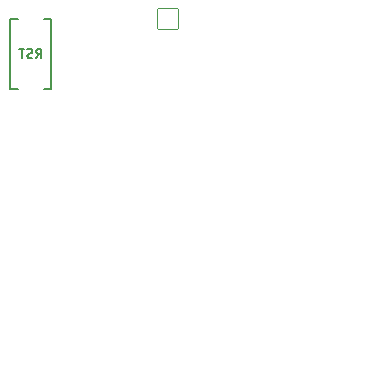
<source format=gbo>
%TF.GenerationSoftware,KiCad,Pcbnew,(6.0.2)*%
%TF.CreationDate,2022-04-07T21:26:30-05:00*%
%TF.ProjectId,toast-v1,746f6173-742d-4763-912e-6b696361645f,v1.0.0*%
%TF.SameCoordinates,Original*%
%TF.FileFunction,Legend,Bot*%
%TF.FilePolarity,Positive*%
%FSLAX46Y46*%
G04 Gerber Fmt 4.6, Leading zero omitted, Abs format (unit mm)*
G04 Created by KiCad (PCBNEW (6.0.2)) date 2022-04-07 21:26:30*
%MOMM*%
%LPD*%
G01*
G04 APERTURE LIST*
G04 Aperture macros list*
%AMRoundRect*
0 Rectangle with rounded corners*
0 $1 Rounding radius*
0 $2 $3 $4 $5 $6 $7 $8 $9 X,Y pos of 4 corners*
0 Add a 4 corners polygon primitive as box body*
4,1,4,$2,$3,$4,$5,$6,$7,$8,$9,$2,$3,0*
0 Add four circle primitives for the rounded corners*
1,1,$1+$1,$2,$3*
1,1,$1+$1,$4,$5*
1,1,$1+$1,$6,$7*
1,1,$1+$1,$8,$9*
0 Add four rect primitives between the rounded corners*
20,1,$1+$1,$2,$3,$4,$5,0*
20,1,$1+$1,$4,$5,$6,$7,0*
20,1,$1+$1,$6,$7,$8,$9,0*
20,1,$1+$1,$8,$9,$2,$3,0*%
G04 Aperture macros list end*
%ADD10C,0.150000*%
%ADD11R,1.752600X1.752600*%
%ADD12C,1.752600*%
%ADD13C,1.801800*%
%ADD14C,3.529000*%
%ADD15C,2.132000*%
%ADD16C,0.800000*%
%ADD17C,4.500000*%
%ADD18C,2.100000*%
%ADD19C,1.600000*%
%ADD20O,1.700000X2.300000*%
%ADD21RoundRect,0.050000X-0.876300X0.876300X-0.876300X-0.876300X0.876300X-0.876300X0.876300X0.876300X0*%
%ADD22C,1.852600*%
G04 APERTURE END LIST*
D10*
X238388354Y-110198637D02*
X238655020Y-109817685D01*
X238845497Y-110198637D02*
X238845497Y-109398637D01*
X238540735Y-109398637D01*
X238464544Y-109436733D01*
X238426449Y-109474828D01*
X238388354Y-109551018D01*
X238388354Y-109665304D01*
X238426449Y-109741494D01*
X238464544Y-109779590D01*
X238540735Y-109817685D01*
X238845497Y-109817685D01*
X238083592Y-110160542D02*
X237969306Y-110198637D01*
X237778830Y-110198637D01*
X237702639Y-110160542D01*
X237664544Y-110122447D01*
X237626449Y-110046256D01*
X237626449Y-109970066D01*
X237664544Y-109893875D01*
X237702639Y-109855780D01*
X237778830Y-109817685D01*
X237931211Y-109779590D01*
X238007401Y-109741494D01*
X238045497Y-109703399D01*
X238083592Y-109627209D01*
X238083592Y-109551018D01*
X238045497Y-109474828D01*
X238007401Y-109436733D01*
X237931211Y-109398637D01*
X237740735Y-109398637D01*
X237626449Y-109436733D01*
X237397878Y-109398637D02*
X236940735Y-109398637D01*
X237169306Y-110198637D02*
X237169306Y-109398637D01*
X236150259Y-112836733D02*
X236150259Y-106836733D01*
X239650259Y-112836733D02*
X239050259Y-112836733D01*
X236150259Y-112836733D02*
X236150259Y-106936733D01*
X236150259Y-106836733D02*
X236850259Y-106836733D01*
X236150259Y-112836733D02*
X236850259Y-112836733D01*
X239650259Y-106836733D02*
X239650259Y-112836733D01*
X239650259Y-106836733D02*
X239050259Y-106836733D01*
D11*
X249580259Y-106866733D03*
D12*
X249580259Y-109406733D03*
X249580259Y-111946733D03*
X249580259Y-114486733D03*
X249580259Y-117026733D03*
X249580259Y-119566733D03*
X249580259Y-122106733D03*
X249580259Y-124646733D03*
X249580259Y-127186733D03*
X249580259Y-129726733D03*
X249580259Y-132266733D03*
X249580259Y-134806733D03*
X264820259Y-106866733D03*
X264820259Y-109406733D03*
X264820259Y-111946733D03*
X264820259Y-114486733D03*
X264820259Y-117026733D03*
X264820259Y-119566733D03*
X264820259Y-122106733D03*
X264820259Y-124646733D03*
X264820259Y-127186733D03*
X264820259Y-129726733D03*
X264820259Y-132266733D03*
X264820259Y-134806733D03*
%LPC*%
D13*
X237577300Y-194441199D03*
D14*
X232290361Y-192925194D03*
D13*
X227003422Y-191409189D03*
D15*
X228531474Y-187894213D03*
X238144091Y-190650586D03*
X233916621Y-187253750D03*
D14*
X155183551Y-162733111D03*
D13*
X149684389Y-162637123D03*
X160682713Y-162829099D03*
D15*
X160249109Y-159020952D03*
X150250632Y-158846428D03*
X155286520Y-156834010D03*
D13*
X200218337Y-149320734D03*
D14*
X194819387Y-148271285D03*
D13*
X189420437Y-147221836D03*
D15*
X190636325Y-143587057D03*
X200452597Y-145495147D03*
X195945160Y-142479685D03*
D13*
X161276095Y-128834278D03*
D14*
X155776933Y-128738290D03*
D13*
X150277771Y-128642302D03*
D15*
X150844014Y-124851607D03*
X160842491Y-125026131D03*
X155879902Y-122839189D03*
D16*
X152700259Y-199736733D03*
X153866985Y-199253459D03*
X153866985Y-196920007D03*
X151533533Y-196920007D03*
X151050259Y-198086733D03*
X151533533Y-199253459D03*
D17*
X152700259Y-198086733D03*
D16*
X152700259Y-196436733D03*
X154350259Y-198086733D03*
D13*
X236097541Y-153408580D03*
X225299641Y-151309682D03*
D14*
X230698591Y-152359131D03*
D15*
X226515529Y-147674903D03*
X236331801Y-149582993D03*
X231824364Y-146567531D03*
D14*
X178412864Y-117992442D03*
D13*
X183882734Y-118567349D03*
X172942994Y-117417535D03*
D15*
X173837463Y-113690616D03*
X183782682Y-114735901D03*
X179029582Y-112124763D03*
D16*
X219516384Y-109436802D03*
X220124217Y-112424399D03*
X221806964Y-109882046D03*
X221361720Y-112172626D03*
X219071140Y-111727382D03*
X222058737Y-111119549D03*
X220753887Y-109185029D03*
D17*
X220439052Y-110804714D03*
D16*
X218819367Y-110489879D03*
D13*
X195907943Y-113846511D03*
D14*
X201306893Y-114895960D03*
D13*
X206705843Y-115945409D03*
D15*
X197123831Y-110211732D03*
X206940103Y-112119822D03*
X202432666Y-109104360D03*
D13*
X149981080Y-145639713D03*
X160979404Y-145831689D03*
D14*
X155480242Y-145735701D03*
D15*
X160545800Y-142023542D03*
X150547323Y-141849018D03*
X155583211Y-139836600D03*
D16*
X153866985Y-112003459D03*
D17*
X152700259Y-110836733D03*
D16*
X152700259Y-112486733D03*
X153866985Y-109670007D03*
X151050259Y-110836733D03*
X151533533Y-109670007D03*
X151533533Y-112003459D03*
X154350259Y-110836733D03*
X152700259Y-109186733D03*
D13*
X204774115Y-189211318D03*
X215772439Y-189403294D03*
D14*
X210273277Y-189307306D03*
D15*
X205340358Y-185420623D03*
X215338835Y-185595147D03*
X210376246Y-183408205D03*
D16*
X261366985Y-196920007D03*
X258550259Y-198086733D03*
X260200259Y-196436733D03*
X261366985Y-199253459D03*
X259033533Y-199253459D03*
X259033533Y-196920007D03*
X260200259Y-199736733D03*
D17*
X260200259Y-198086733D03*
D16*
X261850259Y-198086733D03*
D14*
X216813681Y-129455630D03*
D13*
X211414731Y-128406181D03*
X222212631Y-130505079D03*
D15*
X222446891Y-126679492D03*
X212630619Y-124771402D03*
X217939454Y-123664030D03*
D13*
X228543394Y-134622020D03*
X239341294Y-136720918D03*
D14*
X233942344Y-135671469D03*
D15*
X229759282Y-130987241D03*
X239575554Y-132895331D03*
X235068117Y-129879869D03*
D18*
X237950259Y-113086733D03*
X237950259Y-106586733D03*
D13*
X203462090Y-132633071D03*
X192664190Y-130534173D03*
D14*
X198063140Y-131583622D03*
D15*
X193880078Y-126899394D03*
X203696350Y-128807484D03*
X199188913Y-125792022D03*
D16*
X192498302Y-166326859D03*
X191890469Y-163339262D03*
X189955949Y-164644112D03*
X190652966Y-163591035D03*
X191260799Y-166578632D03*
D17*
X191575634Y-164958947D03*
D16*
X192943546Y-164036279D03*
X190207722Y-165881615D03*
X193195319Y-165273782D03*
D13*
X180328766Y-152381093D03*
D14*
X174858896Y-151806186D03*
D13*
X169389026Y-151231279D03*
D15*
X170283495Y-147504360D03*
X180228714Y-148549645D03*
X175475614Y-145938507D03*
D19*
X243900259Y-113436733D03*
X243900259Y-106436733D03*
D20*
X246200259Y-116136733D03*
X241600259Y-116136733D03*
X241600259Y-115036733D03*
X246200259Y-115036733D03*
X246200259Y-111036733D03*
X241600259Y-111036733D03*
X241600259Y-108036733D03*
X246200259Y-108036733D03*
D13*
X222055889Y-167997345D03*
D14*
X227454839Y-169046794D03*
D13*
X232853789Y-170096243D03*
D15*
X233088049Y-166270656D03*
X223271777Y-164362566D03*
X228580612Y-163255194D03*
D13*
X215725125Y-163880403D03*
D14*
X210326175Y-162830954D03*
D13*
X204927225Y-161781505D03*
D15*
X215959385Y-160054816D03*
X206143113Y-158146726D03*
X211451948Y-157039354D03*
D17*
X260200259Y-145836733D03*
D16*
X261850259Y-145836733D03*
X261366985Y-147003459D03*
X259033533Y-144670007D03*
X259033533Y-147003459D03*
X260200259Y-147486733D03*
X258550259Y-145836733D03*
X261366985Y-144670007D03*
X260200259Y-144186733D03*
D21*
X249580259Y-106866733D03*
D22*
X249580259Y-109406733D03*
X249580259Y-111946733D03*
X249580259Y-114486733D03*
X249580259Y-117026733D03*
X249580259Y-119566733D03*
X249580259Y-122106733D03*
X249580259Y-124646733D03*
X249580259Y-127186733D03*
X249580259Y-129726733D03*
X249580259Y-132266733D03*
X249580259Y-134806733D03*
X264820259Y-106866733D03*
X264820259Y-109406733D03*
X264820259Y-111946733D03*
X264820259Y-114486733D03*
X264820259Y-117026733D03*
X264820259Y-119566733D03*
X264820259Y-122106733D03*
X264820259Y-124646733D03*
X264820259Y-127186733D03*
X264820259Y-129726733D03*
X264820259Y-132266733D03*
X264820259Y-134806733D03*
D13*
X182105750Y-135474221D03*
X171166010Y-134324407D03*
D14*
X176635880Y-134899314D03*
D15*
X182005698Y-131642773D03*
X172060479Y-130597488D03*
X177252598Y-129031635D03*
D14*
X213569928Y-146143292D03*
D13*
X218968878Y-147192741D03*
X208170978Y-145093843D03*
D15*
X209386866Y-141459064D03*
X219203138Y-143367154D03*
X214695701Y-140351692D03*
M02*

</source>
